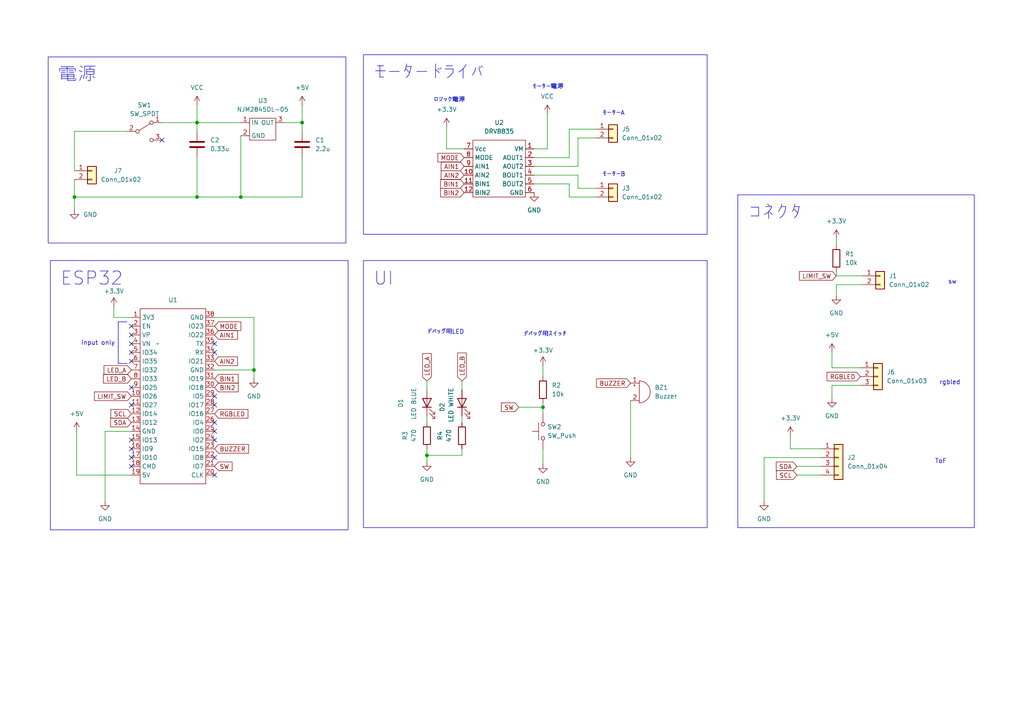
<source format=kicad_sch>
(kicad_sch (version 20230121) (generator eeschema)
  (paper "A4")
  (lib_symbols
    (symbol "Connector_Generic:Conn_01x02" (pin_names (offset 1.016) hide)
      (property "Reference" "J" (at 0 2.54 0))
      (property "Value" "Conn_01x02" (at 0 -5.08 0))
      (symbol "Conn_01x02_1_1"
        (rectangle (start -1.27 -2.413) (end 0 -2.667) (stroke (width 0.1524)))
        (rectangle (start -1.27 0.127) (end 0 -0.127) (stroke (width 0.1524)))
        (rectangle (start -1.27 1.27) (end 1.27 -3.81) (stroke (width 0.254)) (fill (type background)))
        (pin passive line (at -5.08 0 0) (length 3.81) (name "Pin_1") (number "1"))
        (pin passive line (at -5.08 -2.54 0) (length 3.81) (name "Pin_2") (number "2"))
      )
    )
    (symbol "Connector_Generic:Conn_01x03" (pin_names (offset 1.016) hide)
      (property "Reference" "J" (at 0 5.08 0))
      (property "Value" "Conn_01x03" (at 0 -5.08 0))
      (symbol "Conn_01x03_1_1"
        (rectangle (start -1.27 -2.413) (end 0 -2.667) (stroke (width 0.1524)))
        (rectangle (start -1.27 0.127) (end 0 -0.127) (stroke (width 0.1524)))
        (rectangle (start -1.27 2.667) (end 0 2.413) (stroke (width 0.1524)))
        (rectangle (start -1.27 3.81) (end 1.27 -3.81) (stroke (width 0.254)) (fill (type background)))
        (pin passive line (at -5.08 2.54 0) (length 3.81) (name "Pin_1") (number "1"))
        (pin passive line (at -5.08 0 0) (length 3.81) (name "Pin_2") (number "2"))
        (pin passive line (at -5.08 -2.54 0) (length 3.81) (name "Pin_3") (number "3"))
      )
    )
    (symbol "Connector_Generic:Conn_01x04" (pin_names (offset 1.016) hide)
      (property "Reference" "J" (at 0 5.08 0))
      (property "Value" "Conn_01x04" (at 0 -7.62 0))
      (symbol "Conn_01x04_1_1"
        (rectangle (start -1.27 -4.953) (end 0 -5.207) (stroke (width 0.1524)))
        (rectangle (start -1.27 -2.413) (end 0 -2.667) (stroke (width 0.1524)))
        (rectangle (start -1.27 0.127) (end 0 -0.127) (stroke (width 0.1524)))
        (rectangle (start -1.27 2.667) (end 0 2.413) (stroke (width 0.1524)))
        (rectangle (start -1.27 3.81) (end 1.27 -6.35) (stroke (width 0.254)) (fill (type background)))
        (pin passive line (at -5.08 2.54 0) (length 3.81) (name "Pin_1") (number "1"))
        (pin passive line (at -5.08 0 0) (length 3.81) (name "Pin_2") (number "2"))
        (pin passive line (at -5.08 -2.54 0) (length 3.81) (name "Pin_3") (number "3"))
        (pin passive line (at -5.08 -5.08 0) (length 3.81) (name "Pin_4") (number "4"))
      )
    )
    (symbol "Device:Buzzer" (pin_names (offset 0.0254) hide)
      (property "Reference" "BZ" (at 3.81 1.27 0))
      (property "Value" "Buzzer" (at 3.81 -1.27 0))
      (symbol "Buzzer_0_1"
        (arc (start 0 -3.175) (mid 3.1612 0) (end 0 3.175))
        (polyline (pts (xy -1.651 1.905) (xy -1.143 1.905)))
        (polyline (pts (xy -1.397 2.159) (xy -1.397 1.651)))
        (polyline (pts (xy 0 3.175) (xy 0 -3.175)))
      )
      (symbol "Buzzer_1_1"
        (pin passive line (at -2.54 2.54 0) (length 2.54) (name "-") (number "1"))
        (pin passive line (at -2.54 -2.54 0) (length 2.54) (name "+") (number "2"))
      )
    )
    (symbol "Device:C" (pin_numbers hide) (pin_names (offset 0.254))
      (property "Reference" "C" (at 0.635 2.54 0))
      (property "Value" "C" (at 0.635 -2.54 0))
      (symbol "C_0_1"
        (polyline (pts (xy -2.032 -0.762) (xy 2.032 -0.762)) (stroke (width 0.508)))
        (polyline (pts (xy -2.032 0.762) (xy 2.032 0.762)) (stroke (width 0.508)))
      )
      (symbol "C_1_1"
        (pin passive line (at 0 3.81 270) (length 2.794) (name "~") (number "1"))
        (pin passive line (at 0 -3.81 90) (length 2.794) (name "~") (number "2"))
      )
    )
    (symbol "Device:LED" (pin_numbers hide) (pin_names (offset 1.016) hide)
      (property "Reference" "D" (at 0 2.54 0))
      (property "Value" "LED" (at 0 -2.54 0))
      (symbol "LED_0_1"
        (polyline (pts (xy -1.27 -1.27) (xy -1.27 1.27)) (stroke (width 0.254)))
        (polyline (pts (xy -1.27 0) (xy 1.27 0)))
        (polyline (pts (xy 1.27 -1.27) (xy 1.27 1.27) (xy -1.27 0) (xy 1.27 -1.27)) (stroke (width 0.254)))
        (polyline (pts (xy -3.048 -0.762) (xy -4.572 -2.286) (xy -3.81 -2.286) (xy -4.572 -2.286) (xy -4.572 -1.524)))
        (polyline (pts (xy -1.778 -0.762) (xy -3.302 -2.286) (xy -2.54 -2.286) (xy -3.302 -2.286) (xy -3.302 -1.524)))
      )
      (symbol "LED_1_1"
        (pin passive line (at -3.81 0 0) (length 2.54) (name "K") (number "1"))
        (pin passive line (at 3.81 0 180) (length 2.54) (name "A") (number "2"))
      )
    )
    (symbol "Device:R" (pin_numbers hide) (pin_names (offset 0))
      (property "Reference" "R" (at 2.032 0 90))
      (property "Value" "R" (at 0 0 90))
      (symbol "R_0_1"
        (rectangle (start -1.016 -2.54) (end 1.016 2.54) (stroke (width 0.254)))
      )
      (symbol "R_1_1"
        (pin passive line (at 0 3.81 270) (length 1.27) (name "~") (number "1"))
        (pin passive line (at 0 -3.81 90) (length 1.27) (name "~") (number "2"))
      )
    )
    (symbol "Switch:SW_Push" (pin_numbers hide) (pin_names (offset 1.016) hide)
      (property "Reference" "SW" (at 1.27 2.54 0))
      (property "Value" "SW_Push" (at 0 -1.524 0))
      (symbol "SW_Push_0_1"
        (circle (center -2.032 0) (radius 0.508))
        (polyline (pts (xy 0 1.27) (xy 0 3.048)))
        (polyline (pts (xy 2.54 1.27) (xy -2.54 1.27)))
        (circle (center 2.032 0) (radius 0.508))
        (pin passive line (at -5.08 0 0) (length 2.54) (name "1") (number "1"))
        (pin passive line (at 5.08 0 180) (length 2.54) (name "2") (number "2"))
      )
    )
    (symbol "Switch:SW_SPDT" (pin_names (offset 0) hide)
      (property "Reference" "SW" (at 0 4.318 0))
      (property "Value" "SW_SPDT" (at 0 -5.08 0))
      (symbol "SW_SPDT_0_0"
        (circle (center -2.032 0) (radius 0.508))
        (circle (center 2.032 -2.54) (radius 0.508))
      )
      (symbol "SW_SPDT_0_1"
        (polyline (pts (xy -1.524 0.254) (xy 1.651 2.286)))
        (circle (center 2.032 2.54) (radius 0.508))
      )
      (symbol "SW_SPDT_1_1"
        (pin passive line (at 5.08 2.54 180) (length 2.54) (name "A") (number "1"))
        (pin passive line (at -5.08 0 0) (length 2.54) (name "B") (number "2"))
        (pin passive line (at 5.08 -2.54 180) (length 2.54) (name "C") (number "3"))
      )
    )
    (symbol "morilib:DRV8835"
      (property "Reference" "U" (at 0 7.62 0))
      (property "Value" "DRV8835" (at 0 5.08 0))
      (symbol "DRV8835_0_1"
        (rectangle (start -7.62 3.81) (end 7.62 -12.7))
      )
      (symbol "DRV8835_1_1"
        (pin power_in line (at -10.16 1.27 0) (length 2.54) (name "VM") (number "1"))
        (pin input line (at 10.16 -6.35 180) (length 2.54) (name "AIN2") (number "10"))
        (pin input line (at 10.16 -8.89 180) (length 2.54) (name "BIN1") (number "11"))
        (pin input line (at 10.16 -11.43 180) (length 2.54) (name "BIN2") (number "12"))
        (pin output line (at -10.16 -1.27 0) (length 2.54) (name "AOUT1") (number "2"))
        (pin output line (at -10.16 -3.81 0) (length 2.54) (name "AOUT2") (number "3"))
        (pin output line (at -10.16 -6.35 0) (length 2.54) (name "BOUT1") (number "4"))
        (pin output line (at -10.16 -8.89 0) (length 2.54) (name "BOUT2") (number "5"))
        (pin power_out line (at -10.16 -11.43 0) (length 2.54) (name "GND") (number "6"))
        (pin power_in line (at 10.16 1.27 180) (length 2.54) (name "Vcc") (number "7"))
        (pin input line (at 10.16 -1.27 180) (length 2.54) (name "MODE") (number "8"))
        (pin input line (at 10.16 -3.81 180) (length 2.54) (name "AIN1") (number "9"))
      )
    )
    (symbol "morilib:NJM7805"
      (property "Reference" "U" (at 0 2.54 0))
      (symbol "NJM7805_0_1"
        (rectangle (start -3.81 1.27) (end 3.81 -5.08))
      )
      (symbol "NJM7805_1_1"
        (pin input line (at -6.35 0 0) (length 2.54) (name "IN") (number "1"))
        (pin input line (at -6.35 -3.81 0) (length 2.54) (name "GND") (number "2"))
        (pin output line (at 6.35 0 180) (length 2.54) (name "OUT") (number "3"))
      )
    )
    (symbol "morilib:esp32dev"
      (property "Reference" "U" (at 3.81 12.7 0))
      (symbol "esp32dev_0_1"
        (rectangle (start -5.08 10.16) (end 13.97 -40.64))
      )
      (symbol "esp32dev_1_1"
        (pin power_in line (at -7.62 7.62 0) (length 2.54) (name "3V3") (number "1"))
        (pin bidirectional line (at -7.62 -15.24 0) (length 2.54) (name "IO26") (number "10"))
        (pin bidirectional line (at -7.62 -17.78 0) (length 2.54) (name "IO27") (number "11"))
        (pin bidirectional line (at -7.62 -20.32 0) (length 2.54) (name "IO14") (number "12"))
        (pin bidirectional line (at -7.62 -22.86 0) (length 2.54) (name "IO12") (number "13"))
        (pin output line (at -7.62 -25.4 0) (length 2.54) (name "GND") (number "14"))
        (pin bidirectional line (at -7.62 -27.94 0) (length 2.54) (name "IO13") (number "15"))
        (pin bidirectional line (at -7.62 -30.48 0) (length 2.54) (name "IO9") (number "16"))
        (pin bidirectional line (at -7.62 -33.02 0) (length 2.54) (name "IO10") (number "17"))
        (pin bidirectional line (at -7.62 -35.56 0) (length 2.54) (name "CMD") (number "18"))
        (pin power_in line (at -7.62 -38.1 0) (length 2.54) (name "5V") (number "19"))
        (pin input line (at -7.62 5.08 0) (length 2.54) (name "EN") (number "2"))
        (pin bidirectional line (at 16.51 -38.1 180) (length 2.54) (name "CLK") (number "20"))
        (pin bidirectional line (at 16.51 -35.56 180) (length 2.54) (name "IO7") (number "21"))
        (pin bidirectional line (at 16.51 -33.02 180) (length 2.54) (name "IO8") (number "22"))
        (pin bidirectional line (at 16.51 -30.48 180) (length 2.54) (name "IO15") (number "23"))
        (pin bidirectional line (at 16.51 -27.94 180) (length 2.54) (name "IO2") (number "24"))
        (pin bidirectional line (at 16.51 -25.4 180) (length 2.54) (name "IO0") (number "25"))
        (pin bidirectional line (at 16.51 -22.86 180) (length 2.54) (name "IO4") (number "26"))
        (pin bidirectional line (at 16.51 -20.32 180) (length 2.54) (name "IO16") (number "27"))
        (pin bidirectional line (at 16.51 -17.78 180) (length 2.54) (name "IO17") (number "28"))
        (pin bidirectional line (at 16.51 -15.24 180) (length 2.54) (name "IO5") (number "29"))
        (pin input line (at -7.62 2.54 0) (length 2.54) (name "VP") (number "3"))
        (pin bidirectional line (at 16.51 -12.7 180) (length 2.54) (name "IO18") (number "30"))
        (pin bidirectional line (at 16.51 -10.16 180) (length 2.54) (name "IO19") (number "31"))
        (pin output line (at 16.51 -7.62 180) (length 2.54) (name "GND") (number "32"))
        (pin bidirectional line (at 16.51 -5.08 180) (length 2.54) (name "IO21") (number "33"))
        (pin bidirectional line (at 16.51 -2.54 180) (length 2.54) (name "RX") (number "34"))
        (pin bidirectional line (at 16.51 0 180) (length 2.54) (name "TX") (number "35"))
        (pin bidirectional line (at 16.51 2.54 180) (length 2.54) (name "IO22") (number "36"))
        (pin bidirectional line (at 16.51 5.08 180) (length 2.54) (name "IO23") (number "37"))
        (pin output line (at 16.51 7.62 180) (length 2.54) (name "GND") (number "38"))
        (pin input line (at -7.62 0 0) (length 2.54) (name "VN") (number "4"))
        (pin input line (at -7.62 -2.54 0) (length 2.54) (name "IO34") (number "5"))
        (pin input line (at -7.62 -5.08 0) (length 2.54) (name "IO35") (number "6"))
        (pin bidirectional line (at -7.62 -7.62 0) (length 2.54) (name "IO32") (number "7"))
        (pin bidirectional line (at -7.62 -10.16 0) (length 2.54) (name "IO33") (number "8"))
        (pin bidirectional line (at -7.62 -12.7 0) (length 2.54) (name "IO25") (number "9"))
      )
    )
    (symbol "power:+3.3V" (power) (pin_names (offset 0))
      (property "Value" "+3.3V" (at 0 3.556 0))
      (symbol "+3.3V_0_1"
        (polyline (pts (xy -0.762 1.27) (xy 0 2.54)))
        (polyline (pts (xy 0 0) (xy 0 2.54)))
        (polyline (pts (xy 0 2.54) (xy 0.762 1.27)))
      )
      (symbol "+3.3V_1_1"
        (pin power_in line (at 0 0 90) (length 0) hide (name "+3.3V") (number "1"))
      )
    )
    (symbol "power:+5V" (power) (pin_names (offset 0))
      (property "Value" "+5V" (at 0 3.556 0))
      (symbol "+5V_0_1"
        (polyline (pts (xy -0.762 1.27) (xy 0 2.54)))
        (polyline (pts (xy 0 0) (xy 0 2.54)))
        (polyline (pts (xy 0 2.54) (xy 0.762 1.27)))
      )
      (symbol "+5V_1_1"
        (pin power_in line (at 0 0 90) (length 0) hide (name "+5V") (number "1"))
      )
    )
    (symbol "power:GND" (power) (pin_names (offset 0))
      (property "Value" "GND" (at 0 -3.81 0))
      (symbol "GND_0_1"
        (polyline (pts (xy 0 0) (xy 0 -1.27) (xy 1.27 -1.27) (xy 0 -2.54) (xy -1.27 -1.27) (xy 0 -1.27)))
      )
      (symbol "GND_1_1"
        (pin power_in line (at 0 0 270) (length 0) hide (name "GND") (number "1"))
      )
    )
    (symbol "power:VCC" (power) (pin_names (offset 0))
      (property "Value" "VCC" (at 0 3.81 0))
      (symbol "VCC_0_1"
        (polyline (pts (xy -0.762 1.27) (xy 0 2.54)))
        (polyline (pts (xy 0 0) (xy 0 2.54)))
        (polyline (pts (xy 0 2.54) (xy 0.762 1.27)))
      )
      (symbol "VCC_1_1"
        (pin power_in line (at 0 0 90) (length 0) hide (name "VCC") (number "1"))
      )
    )
  )
  (junction (at 69.85 57.15))
  (junction (at 57.15 57.15))
  (junction (at 73.66 107.315))
  (junction (at 21.59 57.15))
  (junction (at 123.825 132.08))
  (junction (at 157.48 118.11))
  (junction (at 57.15 35.56))
  (junction (at 87.63 35.56))
  (no_connect (at 38.1 99.695))
  (no_connect (at 62.23 114.935))
  (no_connect (at 38.1 102.235))
  (no_connect (at 38.1 135.255))
  (no_connect (at 62.23 125.095))
  (no_connect (at 38.1 112.395))
  (no_connect (at 62.23 117.475))
  (no_connect (at 38.1 117.475))
  (no_connect (at 38.1 104.775))
  (no_connect (at 62.23 137.795))
  (no_connect (at 62.23 122.555))
  (no_connect (at 62.23 99.695))
  (no_connect (at 38.1 127.635))
  (no_connect (at 38.1 130.175))
  (no_connect (at 62.23 102.235))
  (no_connect (at 38.1 97.155))
  (no_connect (at 38.1 94.615))
  (no_connect (at 38.1 132.715))
  (no_connect (at 62.23 132.715))
  (no_connect (at 46.99 40.64))
  (no_connect (at 62.23 127.635))
  (wire (pts (xy 57.15 35.56) (xy 69.85 35.56)))
  (wire (pts (xy 123.825 132.08) (xy 123.825 133.985)))
  (wire (pts (xy 21.59 49.53) (xy 21.59 38.1)))
  (wire (pts (xy 157.48 118.11) (xy 157.48 120.015)))
  (wire (pts (xy 73.66 92.075) (xy 73.66 107.315)))
  (wire (pts (xy 46.99 35.56) (xy 57.15 35.56)))
  (wire (pts (xy 241.3 111.76) (xy 241.3 115.57)))
  (wire (pts (xy 87.63 45.72) (xy 87.63 57.15)))
  (wire (pts (xy 33.02 92.075) (xy 38.1 92.075)))
  (wire (pts (xy 57.15 45.72) (xy 57.15 57.15)))
  (wire (pts (xy 167.64 50.8) (xy 167.64 54.61)))
  (wire (pts (xy 242.57 69.215) (xy 242.57 71.12)))
  (wire (pts (xy 172.72 40.005) (xy 167.64 40.005)))
  (wire (pts (xy 242.57 78.74) (xy 242.57 80.01)))
  (wire (pts (xy 167.64 54.61) (xy 172.72 54.61)))
  (wire (pts (xy 165.1 53.34) (xy 165.1 57.15)))
  (wire (pts (xy 129.54 36.83) (xy 129.54 43.18)))
  (wire (pts (xy 165.1 57.15) (xy 172.72 57.15)))
  (wire (pts (xy 221.615 132.715) (xy 221.615 145.415)))
  (wire (pts (xy 242.57 82.55) (xy 242.57 85.725)))
  (wire (pts (xy 123.825 132.08) (xy 133.985 132.08)))
  (wire (pts (xy 82.55 35.56) (xy 87.63 35.56)))
  (wire (pts (xy 182.88 116.205) (xy 182.88 132.715)))
  (wire (pts (xy 242.57 80.01) (xy 250.19 80.01)))
  (wire (pts (xy 33.02 88.9) (xy 33.02 92.075)))
  (wire (pts (xy 62.23 92.075) (xy 73.66 92.075)))
  (wire (pts (xy 123.825 120.65) (xy 123.825 122.555)))
  (wire (pts (xy 238.125 132.715) (xy 221.615 132.715)))
  (wire (pts (xy 57.15 57.15) (xy 21.59 57.15)))
  (wire (pts (xy 165.1 37.465) (xy 165.1 45.72)))
  (wire (pts (xy 157.48 130.175) (xy 157.48 134.62)))
  (wire (pts (xy 229.235 126.365) (xy 229.235 130.175)))
  (wire (pts (xy 129.54 43.18) (xy 134.62 43.18)))
  (wire (pts (xy 229.235 130.175) (xy 238.125 130.175)))
  (wire (pts (xy 57.15 30.48) (xy 57.15 35.56)))
  (wire (pts (xy 57.15 35.56) (xy 57.15 38.1)))
  (wire (pts (xy 30.48 125.095) (xy 30.48 145.415)))
  (wire (pts (xy 87.63 35.56) (xy 87.63 38.1)))
  (wire (pts (xy 69.85 39.37) (xy 69.85 57.15)))
  (wire (pts (xy 154.94 50.8) (xy 167.64 50.8)))
  (wire (pts (xy 241.3 102.235) (xy 241.3 106.68)))
  (wire (pts (xy 38.1 125.095) (xy 30.48 125.095)))
  (wire (pts (xy 21.59 57.15) (xy 21.59 60.96)))
  (wire (pts (xy 21.59 52.07) (xy 21.59 57.15)))
  (wire (pts (xy 21.59 38.1) (xy 36.83 38.1)))
  (wire (pts (xy 241.3 106.68) (xy 249.555 106.68)))
  (wire (pts (xy 158.75 43.18) (xy 154.94 43.18)))
  (wire (pts (xy 157.48 116.84) (xy 157.48 118.11)))
  (wire (pts (xy 87.63 57.15) (xy 69.85 57.15)))
  (wire (pts (xy 123.825 130.175) (xy 123.825 132.08)))
  (wire (pts (xy 158.75 33.02) (xy 158.75 43.18)))
  (wire (pts (xy 154.94 53.34) (xy 165.1 53.34)))
  (wire (pts (xy 38.1 137.795) (xy 22.225 137.795)))
  (wire (pts (xy 250.19 82.55) (xy 242.57 82.55)))
  (wire (pts (xy 167.64 40.005) (xy 167.64 48.26)))
  (wire (pts (xy 73.66 107.315) (xy 62.23 107.315)))
  (wire (pts (xy 133.985 110.49) (xy 133.985 113.03)))
  (wire (pts (xy 172.72 37.465) (xy 165.1 37.465)))
  (wire (pts (xy 22.225 125.095) (xy 22.225 137.795)))
  (wire (pts (xy 133.985 132.08) (xy 133.985 130.175)))
  (wire (pts (xy 165.1 45.72) (xy 154.94 45.72)))
  (wire (pts (xy 249.555 111.76) (xy 241.3 111.76)))
  (wire (pts (xy 167.64 48.26) (xy 154.94 48.26)))
  (wire (pts (xy 150.495 118.11) (xy 157.48 118.11)))
  (wire (pts (xy 157.48 106.045) (xy 157.48 109.22)))
  (wire (pts (xy 231.14 137.795) (xy 238.125 137.795)))
  (wire (pts (xy 87.63 30.48) (xy 87.63 35.56)))
  (wire (pts (xy 133.985 120.65) (xy 133.985 122.555)))
  (wire (pts (xy 231.14 135.255) (xy 238.125 135.255)))
  (wire (pts (xy 73.66 109.855) (xy 73.66 107.315)))
  (wire (pts (xy 69.85 57.15) (xy 57.15 57.15)))
  (wire (pts (xy 123.825 110.49) (xy 123.825 113.03)))
  (rectangle (start 34.29 93.345) (end 34.29 105.41))
  (rectangle (start 34.29 93.345) (end 36.83 93.345))
  (rectangle (start 34.29 105.41) (end 36.83 105.41))
  (text_box "モータードライバ" (at 105.41 15.875 0) (size 99.695 52.07) (effects (font (size 3.81 3.81)) (justify left top)))
  (text_box "UI" (at 105.41 75.565 0) (size 99.695 77.47) (effects (font (size 3.81 3.81)) (justify left top)))
  (text_box "ESP32" (at 14.605 75.565 0) (size 86.36 78.105) (effects (font (size 3.81 3.81)) (justify left top)))
  (text_box "コネクタ" (at 213.995 56.515 0) (size 68.58 96.52) (effects (font (size 3.81 3.81)) (justify left top)))
  (text_box "電源" (at 13.97 16.51 0) (size 86.36 53.975) (effects (font (size 3.81 3.81)) (justify left top)))
  (text "ToF" (at 271.145 134.62 0) (effects (font (size 1.27 1.27)) (justify left bottom)))
  (text "ロジック電源" (at 125.73 29.845 0) (effects (font (size 1.27 1.27)) (justify left bottom)))
  (text "rgbled" (at 272.415 111.76 0) (effects (font (size 1.27 1.27)) (justify left bottom)))
  (text "デバッグ用スイッチ" (at 151.765 97.79 0) (effects (font (size 1.27 1.27)) (justify left bottom)))
  (text "sw" (at 274.955 82.55 0) (effects (font (size 1.27 1.27)) (justify left bottom)))
  (text "モーターB" (at 174.625 51.435 0) (effects (font (size 1.27 1.27)) (justify left bottom)))
  (text "モーター電源" (at 154.305 26.035 0) (effects (font (size 1.27 1.27)) (justify left bottom)))
  (text "input only" (at 23.495 100.33 0) (effects (font (size 1.27 1.27)) (justify left bottom)))
  (text "デバッグ用LED\n" (at 123.825 97.155 0) (effects (font (size 1.27 1.27)) (justify left bottom)))
  (text "モーターA" (at 174.625 33.655 0) (effects (font (size 1.27 1.27)) (justify left bottom)))
  (global_label "SCL" (shape input) (at 38.1 120.015 180) (property "Intersheetrefs" "${INTERSHEET_REFS}" (effects hide)))
  (global_label "MODE" (shape input) (at 62.23 94.615 0) (property "Intersheetrefs" "${INTERSHEET_REFS}" (effects hide)))
  (global_label "SW" (shape input) (at 62.23 135.255 0) (property "Intersheetrefs" "${INTERSHEET_REFS}" (effects hide)))
  (global_label "BIN2" (shape input) (at 134.62 55.88 180) (property "Intersheetrefs" "${INTERSHEET_REFS}" (effects hide)))
  (global_label "RGBLED" (shape input) (at 249.555 109.22 180) (property "Intersheetrefs" "${INTERSHEET_REFS}" (effects hide)))
  (global_label "LIMIT_SW" (shape input) (at 242.57 80.01 180) (property "Intersheetrefs" "${INTERSHEET_REFS}" (effects hide)))
  (global_label "SCL" (shape input) (at 231.14 137.795 180) (property "Intersheetrefs" "${INTERSHEET_REFS}" (effects hide)))
  (global_label "SW" (shape input) (at 150.495 118.11 180) (property "Intersheetrefs" "${INTERSHEET_REFS}" (effects hide)))
  (global_label "BUZZER" (shape input) (at 182.88 111.125 180) (property "Intersheetrefs" "${INTERSHEET_REFS}" (effects hide)))
  (global_label "SDA" (shape input) (at 38.1 122.555 180) (property "Intersheetrefs" "${INTERSHEET_REFS}" (effects hide)))
  (global_label "MODE" (shape input) (at 134.62 45.72 180) (property "Intersheetrefs" "${INTERSHEET_REFS}" (effects hide)))
  (global_label "AIN1" (shape input) (at 134.62 48.26 180) (property "Intersheetrefs" "${INTERSHEET_REFS}" (effects hide)))
  (global_label "LED_A" (shape input) (at 38.1 107.315 180) (property "Intersheetrefs" "${INTERSHEET_REFS}" (effects hide)))
  (global_label "BIN1" (shape input) (at 134.62 53.34 180) (property "Intersheetrefs" "${INTERSHEET_REFS}" (effects hide)))
  (global_label "SDA" (shape input) (at 231.14 135.255 180) (property "Intersheetrefs" "${INTERSHEET_REFS}" (effects hide)))
  (global_label "LED_B" (shape input) (at 38.1 109.855 180) (property "Intersheetrefs" "${INTERSHEET_REFS}" (effects hide)))
  (global_label "BUZZER" (shape input) (at 62.23 130.175 0) (property "Intersheetrefs" "${INTERSHEET_REFS}" (effects hide)))
  (global_label "BIN1" (shape input) (at 62.23 109.855 0) (property "Intersheetrefs" "${INTERSHEET_REFS}" (effects hide)))
  (global_label "AIN2" (shape input) (at 134.62 50.8 180) (property "Intersheetrefs" "${INTERSHEET_REFS}" (effects hide)))
  (global_label "BIN2" (shape input) (at 62.23 112.395 0) (property "Intersheetrefs" "${INTERSHEET_REFS}" (effects hide)))
  (global_label "AIN1" (shape input) (at 62.23 97.155 0) (property "Intersheetrefs" "${INTERSHEET_REFS}" (effects hide)))
  (global_label "RGBLED" (shape input) (at 62.23 120.015 0) (property "Intersheetrefs" "${INTERSHEET_REFS}" (effects hide)))
  (global_label "LIMIT_SW" (shape input) (at 38.1 114.935 180) (property "Intersheetrefs" "${INTERSHEET_REFS}" (effects hide)))
  (global_label "LED_B" (shape input) (at 133.985 110.49 90) (property "Intersheetrefs" "${INTERSHEET_REFS}" (effects hide)))
  (global_label "LED_A" (shape input) (at 123.825 110.49 90) (property "Intersheetrefs" "${INTERSHEET_REFS}" (effects hide)))
  (global_label "AIN2" (shape input) (at 62.23 104.775 0) (property "Intersheetrefs" "${INTERSHEET_REFS}" (effects hide)))
  (symbol (lib_id "morilib:NJM7805") (at 76.2 35.56 0) (unit 1)
    (property "Reference" "U3" (at 76.2 29.21 0))
    (property "Value" "NJM2845DL-05" (at 76.2 31.75 0))
    (property "Footprint" "mori:NJM2845" (effects hide))
  )
  (symbol (lib_id "morilib:esp32dev") (at 45.72 99.695 0) (unit 1)
    (property "Reference" "U1" (at 50.165 86.995 0))
    (property "Value" "~" (at 45.72 99.695 0))
    (property "Footprint" "mori:ESP32" (effects hide))
  )
  (symbol (lib_id "Device:R") (at 133.985 126.365 180) (unit 1)
    (property "Reference" "R4" (at 127.635 126.365 90))
    (property "Value" "470" (at 130.175 126.365 90))
    (property "Footprint" "Resistor_THT:R_Axial_DIN0207_L6.3mm_D2.5mm_P7.62mm_Horizontal" (effects hide))
  )
  (symbol (lib_id "Device:LED") (at 133.985 116.84 90) (unit 1)
    (property "Reference" "D2" (at 128.27 118.11 0))
    (property "Value" "LED WHITE" (at 130.81 117.475 0))
    (property "Footprint" "mori:LED" (effects hide))
  )
  (symbol (lib_id "Connector_Generic:Conn_01x02") (at 26.67 49.53 0) (unit 1)
    (property "Reference" "J7" (at 33.02 49.53 0) (effects (justify left)))
    (property "Value" "Conn_01x02" (at 29.21 52.07 0) (effects (justify left)))
    (property "Footprint" "Connector_JST:JST_XH_B2B-XH-A_1x02_P2.50mm_Vertical" (effects hide))
  )
  (symbol (lib_id "Connector_Generic:Conn_01x02") (at 177.8 54.61 0) (unit 1)
    (property "Reference" "J3" (at 180.34 54.61 0) (effects (justify left)))
    (property "Value" "Conn_01x02" (at 180.34 57.15 0) (effects (justify left)))
    (property "Footprint" "Connector_JST:JST_XH_B2B-XH-A_1x02_P2.50mm_Vertical" (effects hide))
  )
  (symbol (lib_id "power:GND") (at 221.615 145.415 0) (unit 1)
    (property "Reference" "#PWR010" (effects hide))
    (property "Value" "GND" (at 221.615 150.495 0))
  )
  (symbol (lib_id "Device:R") (at 242.57 74.93 0) (unit 1)
    (property "Reference" "R1" (at 245.11 73.66 0) (effects (justify left)))
    (property "Value" "10k" (at 245.11 76.2 0) (effects (justify left)))
    (property "Footprint" "Resistor_THT:R_Axial_DIN0207_L6.3mm_D2.5mm_P7.62mm_Horizontal" (effects hide))
  )
  (symbol (lib_id "power:GND") (at 154.94 55.88 0) (unit 1)
    (property "Reference" "#PWR01" (effects hide))
    (property "Value" "GND" (at 154.94 60.96 0))
  )
  (symbol (lib_id "Device:C") (at 87.63 41.91 0) (unit 1)
    (property "Reference" "C1" (at 91.44 40.64 0) (effects (justify left)))
    (property "Value" "2.2u" (at 91.44 43.18 0) (effects (justify left)))
  )
  (symbol (lib_id "Device:C") (at 57.15 41.91 180) (unit 1)
    (property "Reference" "C2" (at 60.96 40.64 0) (effects (justify right)))
    (property "Value" "0.33u" (at 60.96 43.18 0) (effects (justify right)))
  )
  (symbol (lib_id "power:GND") (at 242.57 85.725 0) (unit 1)
    (property "Reference" "#PWR019" (effects hide))
    (property "Value" "GND" (at 242.57 90.805 0))
  )
  (symbol (lib_id "Switch:SW_SPDT") (at 41.91 38.1 0) (unit 1)
    (property "Reference" "SW1" (at 41.91 30.48 0))
    (property "Value" "SW_SPDT" (at 41.91 33.02 0))
    (property "Footprint" "mori:switch" (effects hide))
  )
  (symbol (lib_id "power:+5V") (at 241.3 102.235 0) (unit 1)
    (property "Reference" "#PWR017" (effects hide))
    (property "Value" "+5V" (at 241.3 97.155 0))
  )
  (symbol (lib_id "power:GND") (at 157.48 134.62 0) (unit 1)
    (property "Reference" "#PWR03" (effects hide))
    (property "Value" "GND" (at 157.48 139.7 0))
  )
  (symbol (lib_id "Connector_Generic:Conn_01x02") (at 177.8 37.465 0) (unit 1)
    (property "Reference" "J5" (at 180.34 37.465 0) (effects (justify left)))
    (property "Value" "Conn_01x02" (at 180.34 40.005 0) (effects (justify left)))
    (property "Footprint" "Connector_JST:JST_XH_B2B-XH-A_1x02_P2.50mm_Vertical" (effects hide))
  )
  (symbol (lib_id "power:GND") (at 241.3 115.57 0) (unit 1)
    (property "Reference" "#PWR018" (effects hide))
    (property "Value" "GND" (at 241.3 120.65 0))
  )
  (symbol (lib_id "power:VCC") (at 57.15 30.48 0) (unit 1)
    (property "Reference" "#PWR02" (effects hide))
    (property "Value" "VCC" (at 57.15 25.4 0))
  )
  (symbol (lib_id "power:GND") (at 182.88 132.715 0) (unit 1)
    (property "Reference" "#PWR016" (effects hide))
    (property "Value" "GND" (at 182.88 137.795 0))
  )
  (symbol (lib_id "power:VCC") (at 158.75 33.02 0) (unit 1)
    (property "Reference" "#PWR014" (effects hide))
    (property "Value" "VCC" (at 158.75 27.94 0))
  )
  (symbol (lib_id "power:+5V") (at 87.63 30.48 0) (unit 1)
    (property "Reference" "#PWR09" (effects hide))
    (property "Value" "+5V" (at 87.63 25.4 0))
  )
  (symbol (lib_id "power:+3.3V") (at 157.48 106.045 0) (unit 1)
    (property "Reference" "#PWR015" (effects hide))
    (property "Value" "+3.3V" (at 157.48 101.6 0))
  )
  (symbol (lib_id "Device:R") (at 157.48 113.03 0) (unit 1)
    (property "Reference" "R2" (at 160.02 111.76 0) (effects (justify left)))
    (property "Value" "10k" (at 160.02 114.3 0) (effects (justify left)))
    (property "Footprint" "Resistor_THT:R_Axial_DIN0207_L6.3mm_D2.5mm_P7.62mm_Horizontal" (effects hide))
  )
  (symbol (lib_id "Connector_Generic:Conn_01x02") (at 255.27 80.01 0) (unit 1)
    (property "Reference" "J1" (at 257.81 80.01 0) (effects (justify left)))
    (property "Value" "Conn_01x02" (at 257.81 82.55 0) (effects (justify left)))
    (property "Footprint" "Connector_JST:JST_XH_B2B-XH-A_1x02_P2.50mm_Vertical" (effects hide))
  )
  (symbol (lib_id "Connector_Generic:Conn_01x04") (at 243.205 132.715 0) (unit 1)
    (property "Reference" "J2" (at 245.745 132.715 0) (effects (justify left)))
    (property "Value" "Conn_01x04" (at 245.745 135.255 0) (effects (justify left)))
    (property "Footprint" "Connector_JST:JST_XH_B4B-XH-A_1x04_P2.50mm_Vertical" (effects hide))
  )
  (symbol (lib_id "power:+3.3V") (at 129.54 36.83 0) (unit 1)
    (property "Reference" "#PWR013" (effects hide))
    (property "Value" "+3.3V" (at 129.54 31.75 0))
  )
  (symbol (lib_id "power:GND") (at 123.825 133.985 0) (unit 1)
    (property "Reference" "#PWR011" (effects hide))
    (property "Value" "GND" (at 123.825 139.065 0))
  )
  (symbol (lib_id "power:GND") (at 73.66 109.855 0) (unit 1)
    (property "Reference" "#PWR05" (effects hide))
    (property "Value" "GND" (at 73.66 114.935 0))
  )
  (symbol (lib_id "Device:LED") (at 123.825 116.84 90) (unit 1)
    (property "Reference" "D1" (at 116.205 115.57 0) (effects (justify right)))
    (property "Value" "LED BLUE" (at 120.015 112.395 0) (effects (justify right)))
    (property "Footprint" "mori:LED" (effects hide))
  )
  (symbol (lib_id "power:+3.3V") (at 229.235 126.365 0) (unit 1)
    (property "Reference" "#PWR08" (effects hide))
    (property "Value" "+3.3V" (at 229.235 121.285 0))
  )
  (symbol (lib_id "Connector_Generic:Conn_01x03") (at 254.635 109.22 0) (unit 1)
    (property "Reference" "J6" (at 257.175 107.95 0) (effects (justify left)))
    (property "Value" "Conn_01x03" (at 257.175 110.49 0) (effects (justify left)))
    (property "Footprint" "Connector_JST:JST_XH_B3B-XH-A_1x03_P2.50mm_Vertical" (effects hide))
  )
  (symbol (lib_id "Device:Buzzer") (at 185.42 113.665 0) (unit 1)
    (property "Reference" "BZ1" (at 189.865 112.395 0) (effects (justify left)))
    (property "Value" "Buzzer" (at 189.865 114.935 0) (effects (justify left)))
  )
  (symbol (lib_id "Device:R") (at 123.825 126.365 180) (unit 1)
    (property "Reference" "R3" (at 117.475 126.365 90))
    (property "Value" "470" (at 120.015 126.365 90))
    (property "Footprint" "Resistor_THT:R_Axial_DIN0207_L6.3mm_D2.5mm_P7.62mm_Horizontal" (effects hide))
  )
  (symbol (lib_id "power:GND") (at 30.48 145.415 0) (unit 1)
    (property "Reference" "#PWR06" (effects hide))
    (property "Value" "GND" (at 30.48 150.495 0))
  )
  (symbol (lib_id "power:GND") (at 21.59 60.96 0) (unit 1)
    (property "Reference" "#PWR07" (effects hide))
    (property "Value" "GND" (at 24.13 62.23 0) (effects (justify left)))
  )
  (symbol (lib_id "power:+3.3V") (at 33.02 88.9 0) (unit 1)
    (property "Reference" "#PWR012" (effects hide))
    (property "Value" "+3.3V" (at 33.02 84.455 0))
  )
  (symbol (lib_id "power:+3.3V") (at 242.57 69.215 0) (unit 1)
    (property "Reference" "#PWR020" (effects hide))
    (property "Value" "+3.3V" (at 242.57 64.135 0))
  )
  (symbol (lib_id "power:+5V") (at 22.225 125.095 0) (unit 1)
    (property "Reference" "#PWR04" (effects hide))
    (property "Value" "+5V" (at 22.225 120.015 0))
  )
  (symbol (lib_id "Switch:SW_Push") (at 157.48 125.095 90) (unit 1)
    (property "Reference" "SW2" (at 158.75 123.825 90) (effects (justify right)))
    (property "Value" "SW_Push" (at 158.75 126.365 90) (effects (justify right)))
    (property "Footprint" "mori:tact_switch" (effects hide))
  )
  (symbol (lib_id "morilib:DRV8835") (at 144.78 44.45 0) (mirror y) (unit 1)
    (property "Reference" "U2" (at 144.78 35.56 0))
    (property "Value" "DRV8835" (at 144.78 38.1 0))
    (property "Footprint" "mori:DRV8835" (effects hide))
  )
)
</source>
